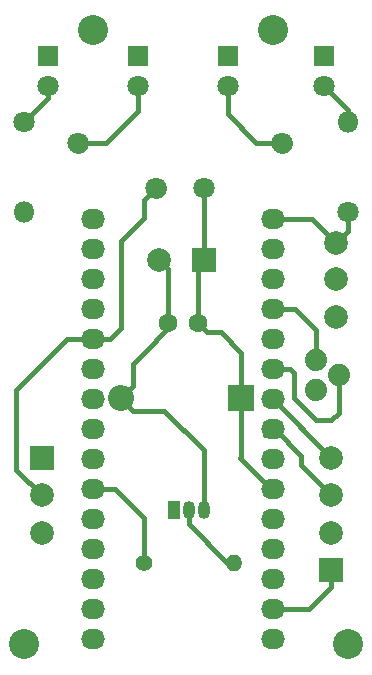
<source format=gtl>
G04 #@! TF.GenerationSoftware,KiCad,Pcbnew,(5.0.2)-1*
G04 #@! TF.CreationDate,2019-02-17T11:04:42-05:00*
G04 #@! TF.ProjectId,main,6d61696e-2e6b-4696-9361-645f70636258,rev?*
G04 #@! TF.SameCoordinates,Original*
G04 #@! TF.FileFunction,Copper,L1,Top*
G04 #@! TF.FilePolarity,Positive*
%FSLAX46Y46*%
G04 Gerber Fmt 4.6, Leading zero omitted, Abs format (unit mm)*
G04 Created by KiCad (PCBNEW (5.0.2)-1) date 2019-02-17 11:04:42 AM*
%MOMM*%
%LPD*%
G01*
G04 APERTURE LIST*
G04 #@! TA.AperFunction,ComponentPad*
%ADD10R,1.998980X1.998980*%
G04 #@! TD*
G04 #@! TA.AperFunction,ComponentPad*
%ADD11C,1.998980*%
G04 #@! TD*
G04 #@! TA.AperFunction,ComponentPad*
%ADD12O,2.032000X1.727200*%
G04 #@! TD*
G04 #@! TA.AperFunction,ComponentPad*
%ADD13O,1.050000X1.500000*%
G04 #@! TD*
G04 #@! TA.AperFunction,ComponentPad*
%ADD14R,1.050000X1.500000*%
G04 #@! TD*
G04 #@! TA.AperFunction,ComponentPad*
%ADD15C,1.879600*%
G04 #@! TD*
G04 #@! TA.AperFunction,ComponentPad*
%ADD16C,2.540000*%
G04 #@! TD*
G04 #@! TA.AperFunction,ComponentPad*
%ADD17C,1.600000*%
G04 #@! TD*
G04 #@! TA.AperFunction,ComponentPad*
%ADD18R,1.800000X1.800000*%
G04 #@! TD*
G04 #@! TA.AperFunction,ComponentPad*
%ADD19C,1.800000*%
G04 #@! TD*
G04 #@! TA.AperFunction,ComponentPad*
%ADD20R,2.200000X2.200000*%
G04 #@! TD*
G04 #@! TA.AperFunction,ComponentPad*
%ADD21O,2.200000X2.200000*%
G04 #@! TD*
G04 #@! TA.AperFunction,ComponentPad*
%ADD22O,1.800000X1.800000*%
G04 #@! TD*
G04 #@! TA.AperFunction,Conductor*
%ADD23C,1.800000*%
G04 #@! TD*
G04 #@! TA.AperFunction,ComponentPad*
%ADD24C,1.400000*%
G04 #@! TD*
G04 #@! TA.AperFunction,ComponentPad*
%ADD25O,1.400000X1.400000*%
G04 #@! TD*
G04 #@! TA.AperFunction,Conductor*
%ADD26C,0.440000*%
G04 #@! TD*
G04 APERTURE END LIST*
D10*
G04 #@! TO.P,U3,14*
G04 #@! TO.N,+3V3*
X165735000Y-102870000D03*
D11*
G04 #@! TO.P,U3,5*
G04 #@! TO.N,GND*
X165735000Y-99695000D03*
G04 #@! TO.P,U3,6*
G04 #@! TO.N,/A4*
X165735000Y-96520000D03*
G04 #@! TO.P,U3,4*
G04 #@! TO.N,/A5*
X165735000Y-93345000D03*
G04 #@! TD*
D12*
G04 #@! TO.P,P2,1*
G04 #@! TO.N,/Vin*
X160782000Y-73152000D03*
G04 #@! TO.P,P2,2*
G04 #@! TO.N,GND*
X160782000Y-75692000D03*
G04 #@! TO.P,P2,3*
G04 #@! TO.N,/Reset*
X160782000Y-78232000D03*
G04 #@! TO.P,P2,4*
G04 #@! TO.N,+5V*
X160782000Y-80772000D03*
G04 #@! TO.P,P2,5*
G04 #@! TO.N,/A7*
X160782000Y-83312000D03*
G04 #@! TO.P,P2,6*
G04 #@! TO.N,/A6*
X160782000Y-85852000D03*
G04 #@! TO.P,P2,7*
G04 #@! TO.N,/A5*
X160782000Y-88392000D03*
G04 #@! TO.P,P2,8*
G04 #@! TO.N,/A4*
X160782000Y-90932000D03*
G04 #@! TO.P,P2,9*
G04 #@! TO.N,/A3*
X160782000Y-93472000D03*
G04 #@! TO.P,P2,10*
G04 #@! TO.N,/A2*
X160782000Y-96012000D03*
G04 #@! TO.P,P2,11*
G04 #@! TO.N,/A1*
X160782000Y-98552000D03*
G04 #@! TO.P,P2,12*
G04 #@! TO.N,/A0*
X160782000Y-101092000D03*
G04 #@! TO.P,P2,13*
G04 #@! TO.N,/AREF*
X160782000Y-103632000D03*
G04 #@! TO.P,P2,14*
G04 #@! TO.N,+3V3*
X160782000Y-106172000D03*
G04 #@! TO.P,P2,15*
G04 #@! TO.N,/13(SCK)*
X160782000Y-108712000D03*
G04 #@! TD*
D13*
G04 #@! TO.P,Q1,2*
G04 #@! TO.N,Net-(Q1-Pad2)*
X153670000Y-97790000D03*
G04 #@! TO.P,Q1,3*
G04 #@! TO.N,Net-(C1-Pad2)*
X154940000Y-97790000D03*
D14*
G04 #@! TO.P,Q1,1*
G04 #@! TO.N,GND*
X152400000Y-97790000D03*
G04 #@! TD*
D11*
G04 #@! TO.P,U1,3*
G04 #@! TO.N,GND*
X166116000Y-78232000D03*
G04 #@! TO.P,U1,4*
G04 #@! TO.N,/A3*
X166116000Y-81407000D03*
G04 #@! TO.P,U1,2*
G04 #@! TO.N,/Vin*
X166116000Y-75184000D03*
G04 #@! TD*
D10*
G04 #@! TO.P,IC1,6*
G04 #@! TO.N,/3(\002A\002A)*
X141224000Y-93345000D03*
D11*
G04 #@! TO.P,IC1,2*
G04 #@! TO.N,/2*
X141224000Y-96520000D03*
G04 #@! TO.P,IC1,7*
G04 #@! TO.N,GND*
X141224000Y-99695000D03*
G04 #@! TD*
D15*
G04 #@! TO.P,U2,3*
G04 #@! TO.N,GND*
X164465000Y-87630000D03*
G04 #@! TO.P,U2,2*
G04 #@! TO.N,/A6*
X166370000Y-86360000D03*
G04 #@! TO.P,U2,1*
G04 #@! TO.N,+5V*
X164465000Y-85090000D03*
G04 #@! TD*
D12*
G04 #@! TO.P,P1,1*
G04 #@! TO.N,/1(Tx)*
X145542000Y-73152000D03*
G04 #@! TO.P,P1,2*
G04 #@! TO.N,/0(Rx)*
X145542000Y-75692000D03*
G04 #@! TO.P,P1,3*
G04 #@! TO.N,/Reset*
X145542000Y-78232000D03*
G04 #@! TO.P,P1,4*
G04 #@! TO.N,GND*
X145542000Y-80772000D03*
G04 #@! TO.P,P1,5*
G04 #@! TO.N,/2*
X145542000Y-83312000D03*
G04 #@! TO.P,P1,6*
G04 #@! TO.N,/3(\002A\002A)*
X145542000Y-85852000D03*
G04 #@! TO.P,P1,7*
G04 #@! TO.N,/4*
X145542000Y-88392000D03*
G04 #@! TO.P,P1,8*
G04 #@! TO.N,/5(\002A\002A)*
X145542000Y-90932000D03*
G04 #@! TO.P,P1,9*
G04 #@! TO.N,/6(\002A\002A)*
X145542000Y-93472000D03*
G04 #@! TO.P,P1,10*
G04 #@! TO.N,/7*
X145542000Y-96012000D03*
G04 #@! TO.P,P1,11*
G04 #@! TO.N,/8*
X145542000Y-98552000D03*
G04 #@! TO.P,P1,12*
G04 #@! TO.N,/9(\002A\002A)*
X145542000Y-101092000D03*
G04 #@! TO.P,P1,13*
G04 #@! TO.N,/10(\002A\002A/SS)*
X145542000Y-103632000D03*
G04 #@! TO.P,P1,14*
G04 #@! TO.N,/11(\002A\002A/MOSI)*
X145542000Y-106172000D03*
G04 #@! TO.P,P1,15*
G04 #@! TO.N,/12(MISO)*
X145542000Y-108712000D03*
G04 #@! TD*
D16*
G04 #@! TO.P,P3,1*
G04 #@! TO.N,Net-(P3-Pad1)*
X145542000Y-57150000D03*
G04 #@! TD*
G04 #@! TO.P,P4,1*
G04 #@! TO.N,Net-(P4-Pad1)*
X139700000Y-109093000D03*
G04 #@! TD*
G04 #@! TO.P,P5,1*
G04 #@! TO.N,Net-(P5-Pad1)*
X167132000Y-109093000D03*
G04 #@! TD*
G04 #@! TO.P,P6,1*
G04 #@! TO.N,Net-(P6-Pad1)*
X160782000Y-57150000D03*
G04 #@! TD*
D17*
G04 #@! TO.P,C1,1*
G04 #@! TO.N,/A2*
X154432000Y-81915000D03*
G04 #@! TO.P,C1,2*
G04 #@! TO.N,Net-(C1-Pad2)*
X151932000Y-81915000D03*
G04 #@! TD*
D18*
G04 #@! TO.P,D1,1*
G04 #@! TO.N,GND*
X165100000Y-59309000D03*
D19*
G04 #@! TO.P,D1,2*
G04 #@! TO.N,Net-(D1-Pad2)*
X165100000Y-61849000D03*
G04 #@! TD*
G04 #@! TO.P,D2,2*
G04 #@! TO.N,Net-(D2-Pad2)*
X156972000Y-61849000D03*
D18*
G04 #@! TO.P,D2,1*
G04 #@! TO.N,GND*
X156972000Y-59309000D03*
G04 #@! TD*
G04 #@! TO.P,D3,1*
G04 #@! TO.N,GND*
X149352000Y-59309000D03*
D19*
G04 #@! TO.P,D3,2*
G04 #@! TO.N,Net-(D3-Pad2)*
X149352000Y-61849000D03*
G04 #@! TD*
G04 #@! TO.P,D4,2*
G04 #@! TO.N,Net-(D4-Pad2)*
X141732000Y-61849000D03*
D18*
G04 #@! TO.P,D4,1*
G04 #@! TO.N,GND*
X141732000Y-59309000D03*
G04 #@! TD*
D20*
G04 #@! TO.P,D5,1*
G04 #@! TO.N,/A2*
X158115000Y-88265000D03*
D21*
G04 #@! TO.P,D5,2*
G04 #@! TO.N,Net-(C1-Pad2)*
X147955000Y-88265000D03*
G04 #@! TD*
D10*
G04 #@! TO.P,M1,1*
G04 #@! TO.N,/A2*
X154940000Y-76581000D03*
D11*
G04 #@! TO.P,M1,2*
G04 #@! TO.N,Net-(C1-Pad2)*
X151130000Y-76581000D03*
G04 #@! TD*
D22*
G04 #@! TO.P,R1,2*
G04 #@! TO.N,Net-(D1-Pad2)*
X167132000Y-64897000D03*
D19*
G04 #@! TO.P,R1,1*
G04 #@! TO.N,/Vin*
X167132000Y-72517000D03*
G04 #@! TD*
G04 #@! TO.P,R2,1*
G04 #@! TO.N,/A2*
X154940000Y-70485000D03*
G04 #@! TO.P,R2,2*
G04 #@! TO.N,Net-(D2-Pad2)*
X161539114Y-66675000D03*
D23*
G04 #@! TD*
G04 #@! TO.N,Net-(D2-Pad2)*
G04 #@! TO.C,R2*
X161539114Y-66675000D02*
X161539114Y-66675000D01*
D19*
G04 #@! TO.P,R3,2*
G04 #@! TO.N,Net-(D3-Pad2)*
X144276886Y-66675000D03*
D23*
G04 #@! TD*
G04 #@! TO.N,Net-(D3-Pad2)*
G04 #@! TO.C,R3*
X144276886Y-66675000D02*
X144276886Y-66675000D01*
D19*
G04 #@! TO.P,R3,1*
G04 #@! TO.N,/2*
X150876000Y-70485000D03*
D23*
G04 #@! TD*
G04 #@! TO.N,/2*
G04 #@! TO.C,R3*
X150876000Y-70485000D02*
X150876000Y-70485000D01*
D22*
G04 #@! TO.P,R4,1*
G04 #@! TO.N,/8*
X139700000Y-72517000D03*
D19*
G04 #@! TO.P,R4,2*
G04 #@! TO.N,Net-(D4-Pad2)*
X139700000Y-64897000D03*
G04 #@! TD*
D24*
G04 #@! TO.P,R5,1*
G04 #@! TO.N,/7*
X149860000Y-102235000D03*
D25*
G04 #@! TO.P,R5,2*
G04 #@! TO.N,Net-(Q1-Pad2)*
X157480000Y-102235000D03*
G04 #@! TD*
D26*
G04 #@! TO.N,/2*
X149886051Y-73025000D02*
X147955000Y-74956051D01*
X149886051Y-71474949D02*
X150876000Y-70485000D01*
X149886051Y-73025000D02*
X149886051Y-71474949D01*
X147955000Y-82355000D02*
X147955000Y-80645000D01*
X146998000Y-83312000D02*
X147955000Y-82355000D01*
X145542000Y-83312000D02*
X146998000Y-83312000D01*
X147955000Y-74956051D02*
X147955000Y-80645000D01*
X147955000Y-80645000D02*
X147955000Y-81051400D01*
X139065000Y-94361000D02*
X141224000Y-96520000D01*
X139065000Y-87630000D02*
X139065000Y-94361000D01*
X145542000Y-83312000D02*
X143383000Y-83312000D01*
X143383000Y-83312000D02*
X139065000Y-87630000D01*
G04 #@! TO.N,/7*
X145669000Y-95885000D02*
X145542000Y-96012000D01*
X147447000Y-96012000D02*
X145542000Y-96012000D01*
X149860000Y-102235000D02*
X149860000Y-98425000D01*
X149860000Y-98425000D02*
X147447000Y-96012000D01*
G04 #@! TO.N,/Vin*
X164084000Y-73152000D02*
X166116000Y-75184000D01*
X160782000Y-73152000D02*
X164084000Y-73152000D01*
X167132000Y-74168000D02*
X166116000Y-75184000D01*
X167132000Y-72517000D02*
X167132000Y-74168000D01*
G04 #@! TO.N,+5V*
X164465000Y-83253000D02*
X164465000Y-85090000D01*
X160782000Y-80772000D02*
X162687000Y-80772000D01*
X162687000Y-80772000D02*
X164465000Y-82550000D01*
X164465000Y-82550000D02*
X164465000Y-83253000D01*
G04 #@! TO.N,/A6*
X162560000Y-86174000D02*
X162560000Y-88265000D01*
X162560000Y-88265000D02*
X164465000Y-90170000D01*
X164465000Y-90170000D02*
X165735000Y-90170000D01*
X166370000Y-89535000D02*
X166370000Y-86360000D01*
X165735000Y-90170000D02*
X166370000Y-89535000D01*
X162238000Y-85852000D02*
X160782000Y-85852000D01*
X162560000Y-86174000D02*
X162238000Y-85852000D01*
G04 #@! TO.N,/A5*
X160782000Y-88392000D02*
X160934400Y-88392000D01*
X160782000Y-88392000D02*
X165735000Y-93345000D01*
G04 #@! TO.N,/A4*
X160782000Y-90932000D02*
X160629600Y-90932000D01*
X160629600Y-90932000D02*
X160121600Y-91440000D01*
X160934400Y-90932000D02*
X163195000Y-93192600D01*
X160782000Y-90932000D02*
X160934400Y-90932000D01*
X163195000Y-93980000D02*
X165735000Y-96520000D01*
X163195000Y-93192600D02*
X163195000Y-93980000D01*
G04 #@! TO.N,/A2*
X154940000Y-73025000D02*
X154940000Y-76581000D01*
X154940000Y-73025000D02*
X154940000Y-70485000D01*
X160629600Y-96012000D02*
X160782000Y-96012000D01*
X157988000Y-93370400D02*
X160629600Y-96012000D01*
X158115000Y-93243400D02*
X158115000Y-88265000D01*
X157988000Y-93370400D02*
X158115000Y-93243400D01*
X154432000Y-77089000D02*
X154940000Y-76581000D01*
X154432000Y-81915000D02*
X154432000Y-77089000D01*
X156374999Y-82714999D02*
X158115000Y-84455000D01*
X155231999Y-82714999D02*
X156374999Y-82714999D01*
X154432000Y-81915000D02*
X155231999Y-82714999D01*
X158115000Y-84455000D02*
X158115000Y-88265000D01*
G04 #@! TO.N,+3V3*
X165735000Y-104309490D02*
X165735000Y-102870000D01*
X163872490Y-106172000D02*
X165735000Y-104309490D01*
X160782000Y-106172000D02*
X163872490Y-106172000D01*
G04 #@! TO.N,Net-(C1-Pad2)*
X151932000Y-82383000D02*
X151932000Y-80645000D01*
X151932000Y-77383000D02*
X151130000Y-76581000D01*
X151932000Y-80645000D02*
X151932000Y-77383000D01*
X149606000Y-84709000D02*
X149860000Y-84455000D01*
X149860000Y-84455000D02*
X151932000Y-82383000D01*
X148927999Y-89364999D02*
X151594999Y-89364999D01*
X154940000Y-92710000D02*
X154940000Y-95250000D01*
X151594999Y-89364999D02*
X154940000Y-92710000D01*
X154940000Y-95250000D02*
X154940000Y-97790000D01*
X148927999Y-87292001D02*
X147955000Y-88265000D01*
X149860000Y-84455000D02*
X148927999Y-85387001D01*
X148927999Y-85387001D02*
X148927999Y-87292001D01*
X147955000Y-88392000D02*
X148927999Y-89364999D01*
X147955000Y-88265000D02*
X147955000Y-88392000D01*
G04 #@! TO.N,Net-(D1-Pad2)*
X167132000Y-63881000D02*
X165100000Y-61849000D01*
X167132000Y-64897000D02*
X167132000Y-63881000D01*
G04 #@! TO.N,Net-(D2-Pad2)*
X156972000Y-64262000D02*
X156972000Y-61849000D01*
X161539114Y-66675000D02*
X159385000Y-66675000D01*
X159385000Y-66675000D02*
X156972000Y-64262000D01*
G04 #@! TO.N,Net-(D3-Pad2)*
X149352000Y-64008000D02*
X149352000Y-61849000D01*
X144276886Y-66675000D02*
X146685000Y-66675000D01*
X146685000Y-66675000D02*
X149352000Y-64008000D01*
G04 #@! TO.N,Net-(D4-Pad2)*
X139700000Y-64897000D02*
X141732000Y-62865000D01*
X141732000Y-62865000D02*
X141732000Y-61849000D01*
G04 #@! TO.N,Net-(Q1-Pad2)*
X156925000Y-102235000D02*
X157480000Y-102235000D01*
X153670000Y-98980000D02*
X156925000Y-102235000D01*
X153670000Y-97790000D02*
X153670000Y-98980000D01*
G04 #@! TD*
M02*

</source>
